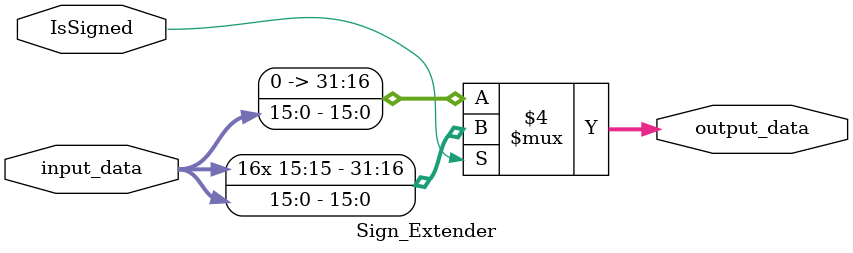
<source format=sv>
module Sign_Extender #(parameter WIDTH = 16)(
	input logic IsSigned,
	input logic [WIDTH-1:0] input_data,
	output logic [2*WIDTH-1:0] output_data
);

	 always_comb begin
        if(IsSigned == 1)
			output_data = ({{WIDTH{input_data[WIDTH-1]}}, input_data});
		  else
			output_data = {{WIDTH{1'b0}}, input_data};    
	end
	 
endmodule
</source>
